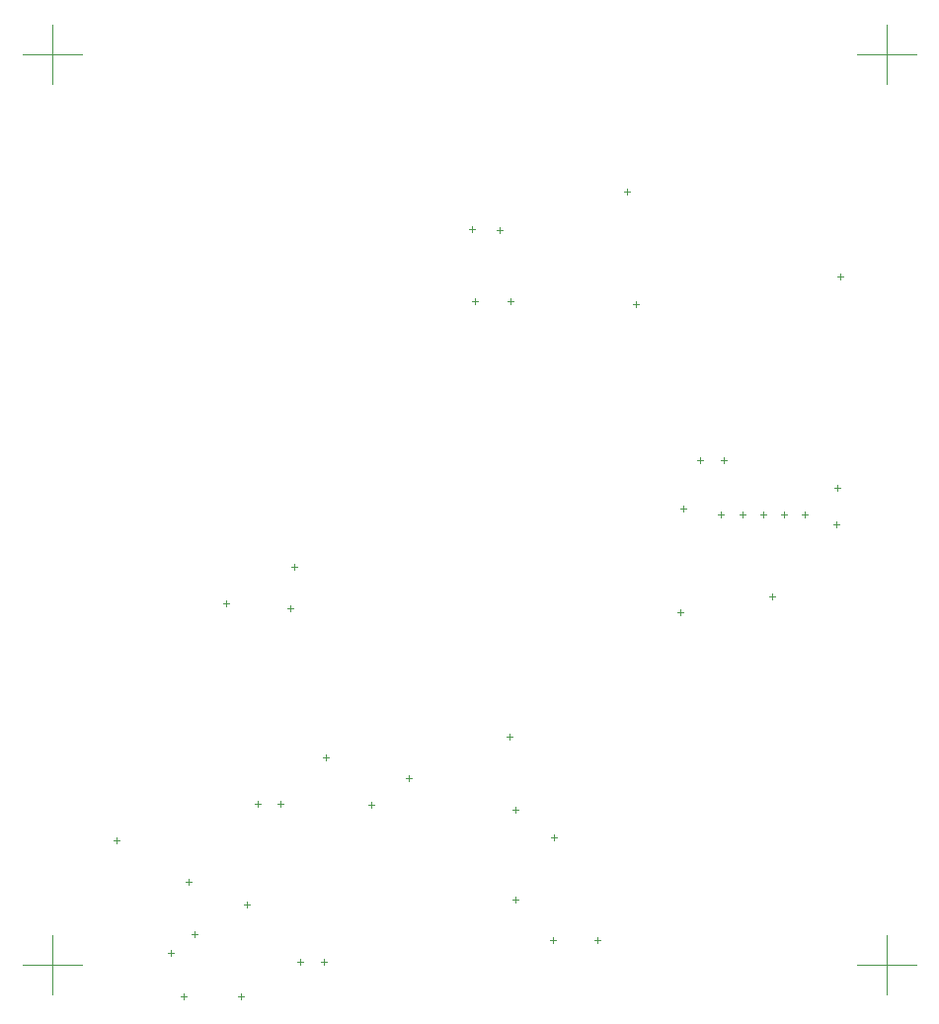
<source format=gbr>
%TF.GenerationSoftware,Altium Limited,Altium Designer,20.0.11 (256)*%
G04 Layer_Color=8388736*
%FSLAX26Y26*%
%MOIN*%
%TF.FileFunction,Other,Mechanical_6*%
%TF.Part,Single*%
G01*
G75*
%TA.AperFunction,NonConductor*%
%ADD159C,0.004000*%
D159*
X997402Y1398622D02*
Y1418622D01*
X987402Y1408622D02*
X1007402D01*
X1738465Y965000D02*
Y985000D01*
X1728465Y975000D02*
X1748465D01*
X1705000Y2675000D02*
Y2695000D01*
X1695000Y2685000D02*
X1715000D01*
X2845000Y1805000D02*
Y1825000D01*
X2835000Y1815000D02*
X2855000D01*
X1740000Y2435000D02*
Y2455000D01*
X1730000Y2445000D02*
X1750000D01*
X195000Y205000D02*
Y305000D01*
Y205000D02*
X295000D01*
X195000Y105000D02*
Y205000D01*
X95000D02*
X195000D01*
X2165000Y2425000D02*
Y2445000D01*
X2155000Y2435000D02*
X2175000D01*
X2855000Y2520000D02*
Y2540000D01*
X2845000Y2530000D02*
X2865000D01*
X595000Y235000D02*
Y255000D01*
X585000Y245000D02*
X605000D01*
X1110000Y205000D02*
Y225000D01*
X1100000Y215000D02*
X1120000D01*
X410000Y616500D02*
Y636500D01*
X400000Y626500D02*
X420000D01*
X782402Y1415748D02*
Y1435748D01*
X772402Y1425748D02*
X792402D01*
X1020000Y215000D02*
X1040000D01*
X1030000Y205000D02*
Y225000D01*
X830315Y90000D02*
Y110000D01*
X820315Y100000D02*
X840315D01*
X638465Y90000D02*
Y110000D01*
X628465Y100000D02*
X648465D01*
X1010000Y1539016D02*
Y1559016D01*
X1000000Y1549016D02*
X1020000D01*
X1610000Y2680000D02*
Y2700000D01*
X1600000Y2690000D02*
X1620000D01*
X1748465Y730000D02*
X1768465D01*
X1758465Y720000D02*
Y740000D01*
X1748465Y425000D02*
X1768465D01*
X1758465Y415000D02*
Y435000D01*
X888465Y740000D02*
Y760000D01*
X878465Y750000D02*
X898465D01*
X1388465Y835000D02*
X1408465D01*
X1398465Y825000D02*
Y845000D01*
X1108465Y905000D02*
X1128465D01*
X1118465Y895000D02*
Y915000D01*
X1888465Y625000D02*
Y645000D01*
X1878465Y635000D02*
X1898465D01*
X963465Y740000D02*
Y760000D01*
X953465Y750000D02*
X973465D01*
X2380000Y1900000D02*
Y1920000D01*
X2370000Y1910000D02*
X2390000D01*
X2460000Y1900000D02*
Y1920000D01*
X2450000Y1910000D02*
X2470000D01*
X2830000Y1691535D02*
X2850000D01*
X2840000Y1681535D02*
Y1701535D01*
X2315000Y1745000D02*
X2335000D01*
X2325000Y1735000D02*
Y1755000D01*
X2625000Y1440000D02*
Y1460000D01*
X2615000Y1450000D02*
X2635000D01*
X2725000Y1725000D02*
X2745000D01*
X2735000Y1715000D02*
Y1735000D01*
X2655157Y1725000D02*
X2675157D01*
X2665157Y1715000D02*
Y1735000D01*
X2585000Y1725000D02*
X2605000D01*
X2595000Y1715000D02*
Y1735000D01*
X2515000Y1725000D02*
X2535000D01*
X2525000Y1715000D02*
Y1735000D01*
X1620000Y2435000D02*
Y2455000D01*
X1610000Y2445000D02*
X1630000D01*
X195000Y3280000D02*
Y3380000D01*
X95000Y3280000D02*
X195000D01*
Y3180000D02*
Y3280000D01*
X295000D01*
X3010000D02*
Y3380000D01*
X2910000Y3280000D02*
X3010000D01*
Y3180000D02*
Y3280000D01*
X3110000D01*
X3010000Y205000D02*
Y305000D01*
X2910000Y205000D02*
X3010000D01*
Y105000D02*
Y205000D01*
X3110000D01*
X2025000Y290000D02*
X2045000D01*
X2035000Y280000D02*
Y300000D01*
X2313344Y1386929D02*
Y1406929D01*
X2303344Y1396929D02*
X2323344D01*
X1270276Y737008D02*
Y757008D01*
X1260276Y747008D02*
X1280276D01*
X2450000Y1715000D02*
Y1735000D01*
X2440000Y1725000D02*
X2460000D01*
X1874000Y290000D02*
X1894000D01*
X1884000Y280000D02*
Y300000D01*
X645000Y485000D02*
X665000D01*
X655000Y475000D02*
Y495000D01*
X840000Y410000D02*
X860000D01*
X850000Y400000D02*
Y420000D01*
X2124782Y2815000D02*
X2144782D01*
X2134782Y2805000D02*
Y2825000D01*
X675000Y300000D02*
Y320000D01*
X665000Y310000D02*
X685000D01*
%TF.MD5,fdc825c6b673d8b9348bc9c3bf64314d*%
M02*

</source>
